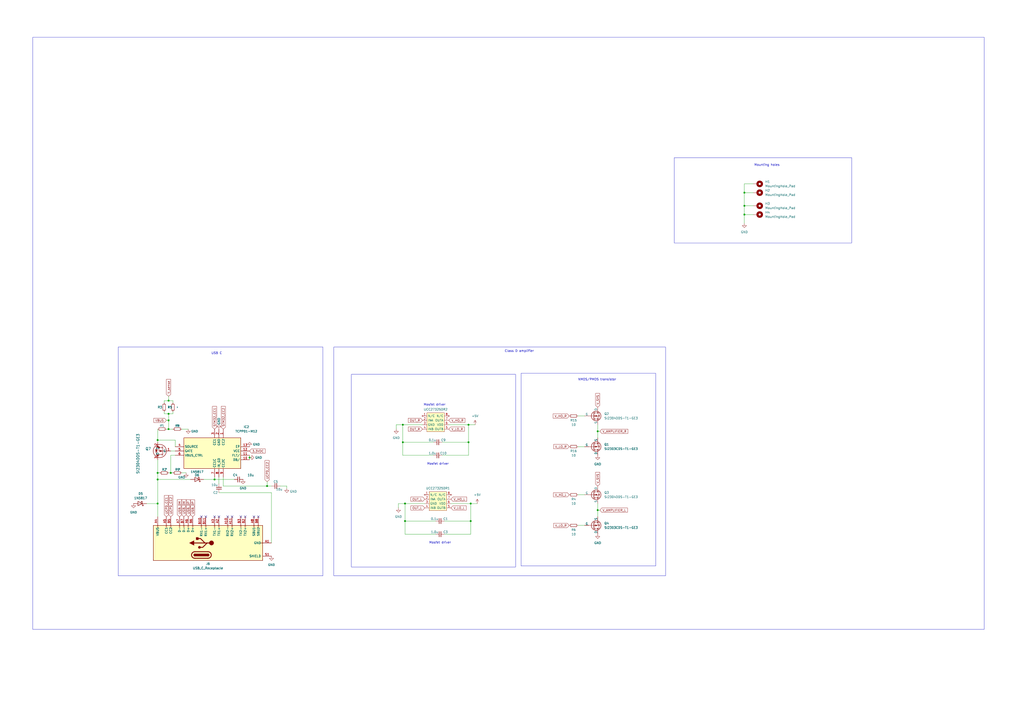
<source format=kicad_sch>
(kicad_sch (version 20231120) (generator "eeschema") (generator_version "8.0")
  (paper "A2")
  (lib_symbols
    (symbol "Connector:USB_C_Receptacle" (pin_names (offset 1.016))
      (property "Reference" "J" (at -10.16 29.21 0))
      (property "Value" "USB_C_Receptacle" (at 10.16 29.21 0))
      (symbol "USB_C_Receptacle_0_0"
        (rectangle (start -0.254 -35.56) (end 0.254 -34.544))
        (rectangle (start 10.16 -32.766) (end 9.144 -33.274))
        (rectangle (start 10.16 -30.226) (end 9.144 -30.734))
        (rectangle (start 10.16 -25.146) (end 9.144 -25.654))
        (rectangle (start 10.16 -22.606) (end 9.144 -23.114))
        (rectangle (start 10.16 -17.526) (end 9.144 -18.034))
        (rectangle (start 10.16 -14.986) (end 9.144 -15.494))
        (rectangle (start 10.16 -9.906) (end 9.144 -10.414))
        (rectangle (start 10.16 -7.366) (end 9.144 -7.874))
        (rectangle (start 10.16 -2.286) (end 9.144 -2.794))
        (rectangle (start 10.16 0.254) (end 9.144 -0.254))
        (rectangle (start 10.16 5.334) (end 9.144 4.826))
        (rectangle (start 10.16 7.874) (end 9.144 7.366))
        (rectangle (start 10.16 10.414) (end 9.144 9.906))
        (rectangle (start 10.16 12.954) (end 9.144 12.446))
        (rectangle (start 10.16 18.034) (end 9.144 17.526))
        (rectangle (start 10.16 20.574) (end 9.144 20.066))
        (rectangle (start 10.16 25.654) (end 9.144 25.146))
      )
      (symbol "USB_C_Receptacle_0_1"
        (rectangle (start -10.16 27.94) (end 10.16 -35.56) (stroke (width 0.254)) (fill (type background)))
        (arc (start -8.89 -3.81) (mid -6.985 -5.7067) (end -5.08 -3.81) (stroke (width 0.508)))
        (arc (start -7.62 -3.81) (mid -6.985 -4.4423) (end -6.35 -3.81) (stroke (width 0.254)))
        (arc (start -7.62 -3.81) (mid -6.985 -4.4423) (end -6.35 -3.81) (stroke (width 0.254)) (fill (type outline)))
        (rectangle (start -7.62 -3.81) (end -6.35 3.81) (stroke (width 0.254)) (fill (type outline)))
        (arc (start -6.35 3.81) (mid -6.985 4.4423) (end -7.62 3.81) (stroke (width 0.254)))
        (arc (start -6.35 3.81) (mid -6.985 4.4423) (end -7.62 3.81) (stroke (width 0.254)) (fill (type outline)))
        (arc (start -5.08 3.81) (mid -6.985 5.7067) (end -8.89 3.81) (stroke (width 0.508)))
        (polyline (pts (xy -8.89 -3.81) (xy -8.89 3.81)) (stroke (width 0.508)))
        (polyline (pts (xy -5.08 3.81) (xy -5.08 -3.81)) (stroke (width 0.508)))
      )
      (symbol "USB_C_Receptacle_1_1"
        (circle (center -2.54 1.143) (radius 0.635) (stroke (width 0.254)) (fill (type outline)))
        (circle (center 0 -5.842) (radius 1.27) (fill (type outline)))
        (polyline (pts (xy 0 -5.842) (xy 0 4.318)) (stroke (width 0.508)))
        (polyline (pts (xy 0 -3.302) (xy -2.54 -0.762) (xy -2.54 0.508)) (stroke (width 0.508)))
        (polyline (pts (xy 0 -2.032) (xy 2.54 0.508) (xy 2.54 1.778)) (stroke (width 0.508)))
        (polyline (pts (xy -1.27 4.318) (xy 0 6.858) (xy 1.27 4.318) (xy -1.27 4.318)) (stroke (width 0.254)) (fill (type outline)))
        (rectangle (start 1.905 1.778) (end 3.175 3.048) (stroke (width 0.254)) (fill (type outline)))
        (pin passive line (at 0 -40.64 90) (length 5.08) (name "GND") (number "A1"))
        (pin bidirectional line (at 15.24 -15.24 180) (length 5.08) (name "RX2-") (number "A10"))
        (pin bidirectional line (at 15.24 -17.78 180) (length 5.08) (name "RX2+") (number "A11"))
        (pin passive line (at 0 -40.64 90) (length 5.08) hide (name "GND") (number "A12"))
        (pin bidirectional line (at 15.24 -10.16 180) (length 5.08) (name "TX1+") (number "A2"))
        (pin bidirectional line (at 15.24 -7.62 180) (length 5.08) (name "TX1-") (number "A3"))
        (pin passive line (at 15.24 25.4 180) (length 5.08) (name "VBUS") (number "A4"))
        (pin bidirectional line (at 15.24 20.32 180) (length 5.08) (name "CC1") (number "A5"))
        (pin bidirectional line (at 15.24 7.62 180) (length 5.08) (name "D+") (number "A6"))
        (pin bidirectional line (at 15.24 12.7 180) (length 5.08) (name "D-") (number "A7"))
        (pin bidirectional line (at 15.24 -30.48 180) (length 5.08) (name "SBU1") (number "A8"))
        (pin passive line (at 15.24 25.4 180) (length 5.08) hide (name "VBUS") (number "A9"))
        (pin passive line (at 0 -40.64 90) (length 5.08) hide (name "GND") (number "B1"))
        (pin bidirectional line (at 15.24 0 180) (length 5.08) (name "RX1-") (number "B10"))
        (pin bidirectional line (at 15.24 -2.54 180) (length 5.08) (name "RX1+") (number "B11"))
        (pin passive line (at 0 -40.64 90) (length 5.08) hide (name "GND") (number "B12"))
        (pin bidirectional line (at 15.24 -25.4 180) (length 5.08) (name "TX2+") (number "B2"))
        (pin bidirectional line (at 15.24 -22.86 180) (length 5.08) (name "TX2-") (number "B3"))
        (pin passive line (at 15.24 25.4 180) (length 5.08) hide (name "VBUS") (number "B4"))
        (pin bidirectional line (at 15.24 17.78 180) (length 5.08) (name "CC2") (number "B5"))
        (pin bidirectional line (at 15.24 5.08 180) (length 5.08) (name "D+") (number "B6"))
        (pin bidirectional line (at 15.24 10.16 180) (length 5.08) (name "D-") (number "B7"))
        (pin bidirectional line (at 15.24 -33.02 180) (length 5.08) (name "SBU2") (number "B8"))
        (pin passive line (at 15.24 25.4 180) (length 5.08) hide (name "VBUS") (number "B9"))
        (pin passive line (at -7.62 -40.64 90) (length 5.08) (name "SHIELD") (number "S1"))
      )
    )
    (symbol "Device:C_Small" (pin_numbers hide) (pin_names (offset 0.254) hide)
      (property "Reference" "C" (at 0.254 1.778 0))
      (property "Value" "C_Small" (at 0.254 -2.032 0))
      (symbol "C_Small_0_1"
        (polyline (pts (xy -1.524 -0.508) (xy 1.524 -0.508)) (stroke (width 0.3302)))
        (polyline (pts (xy -1.524 0.508) (xy 1.524 0.508)) (stroke (width 0.3048)))
      )
      (symbol "C_Small_1_1"
        (pin passive line (at 0 2.54 270) (length 2.032) (name "~") (number "1"))
        (pin passive line (at 0 -2.54 90) (length 2.032) (name "~") (number "2"))
      )
    )
    (symbol "Device:R_Small" (pin_numbers hide) (pin_names (offset 0.254) hide)
      (property "Reference" "R" (at 0.762 0.508 0))
      (property "Value" "R_Small" (at 0.762 -1.016 0))
      (symbol "R_Small_0_1"
        (rectangle (start -0.762 1.778) (end 0.762 -1.778) (stroke (width 0.2032)))
      )
      (symbol "R_Small_1_1"
        (pin passive line (at 0 2.54 270) (length 0.762) (name "~") (number "1"))
        (pin passive line (at 0 -2.54 90) (length 0.762) (name "~") (number "2"))
      )
    )
    (symbol "Diode:1N5817" (pin_numbers hide) (pin_names (offset 1.016) hide)
      (property "Reference" "D" (at 0 2.54 0))
      (property "Value" "1N5817" (at 0 -2.54 0))
      (symbol "1N5817_0_1"
        (polyline (pts (xy 1.27 0) (xy -1.27 0)))
        (polyline (pts (xy 1.27 1.27) (xy 1.27 -1.27) (xy -1.27 0) (xy 1.27 1.27)) (stroke (width 0.254)))
        (polyline (pts (xy -1.905 0.635) (xy -1.905 1.27) (xy -1.27 1.27) (xy -1.27 -1.27) (xy -0.635 -1.27) (xy -0.635 -0.635)) (stroke (width 0.254)))
      )
      (symbol "1N5817_1_1"
        (pin passive line (at -3.81 0 0) (length 2.54) (name "K") (number "1"))
        (pin passive line (at 3.81 0 180) (length 2.54) (name "A") (number "2"))
      )
    )
    (symbol "GND_2" (power) (pin_numbers hide) (pin_names (offset 0) hide)
      (property "Value" "GND" (at 0 -3.81 0))
      (symbol "GND_2_0_1"
        (polyline (pts (xy 0 0) (xy 0 -1.27) (xy 1.27 -1.27) (xy 0 -2.54) (xy -1.27 -1.27) (xy 0 -1.27)))
      )
      (symbol "GND_2_1_1"
        (pin power_in line (at 0 0 270) (length 0) (name "~") (number "1"))
      )
    )
    (symbol "GND_3" (power) (pin_numbers hide) (pin_names (offset 0) hide)
      (property "Value" "GND" (at 0 -3.81 0))
      (symbol "GND_3_0_1"
        (polyline (pts (xy 0 0) (xy 0 -1.27) (xy 1.27 -1.27) (xy 0 -2.54) (xy -1.27 -1.27) (xy 0 -1.27)))
      )
      (symbol "GND_3_1_1"
        (pin power_in line (at 0 0 270) (length 0) (name "~") (number "1"))
      )
    )
    (symbol "GND_4" (power) (pin_numbers hide) (pin_names (offset 0) hide)
      (property "Value" "GND" (at 0 -3.81 0))
      (symbol "GND_4_0_1"
        (polyline (pts (xy 0 0) (xy 0 -1.27) (xy 1.27 -1.27) (xy 0 -2.54) (xy -1.27 -1.27) (xy 0 -1.27)))
      )
      (symbol "GND_4_1_1"
        (pin power_in line (at 0 0 270) (length 0) (name "~") (number "1"))
      )
    )
    (symbol "Mechanical:MountingHole_Pad" (pin_numbers hide) (pin_names (offset 1.016) hide)
      (property "Reference" "H" (at 0 6.35 0))
      (property "Value" "MountingHole_Pad" (at 0 4.445 0))
      (symbol "MountingHole_Pad_0_1"
        (circle (center 0 1.27) (radius 1.27) (stroke (width 1.27)))
      )
      (symbol "MountingHole_Pad_1_1"
        (pin input line (at 0 -2.54 90) (length 2.54) (name "1") (number "1"))
      )
    )
    (symbol "SI2304DDS:SI2304DDS-T1-GE3" (pin_names (offset 0.254))
      (property "Reference" "Q1" (at 11.43 -1.27 0))
      (property "Value" "SI2304DDS-T1-GE3" (at 19.05 -10.16 90))
      (symbol "SI2304DDS-T1-GE3_0_1"
        (polyline (pts (xy 2.54 0) (xy 4.445 0)) (stroke (width 0.2032)))
        (polyline (pts (xy 4.572 -2.54) (xy 4.572 2.54)) (stroke (width 0.2032)))
        (polyline (pts (xy 5.08 -2.54) (xy 5.08 -1.524)) (stroke (width 0.2032)))
        (polyline (pts (xy 5.08 -2.032) (xy 6.858 -2.032)) (stroke (width 0.2032)))
        (polyline (pts (xy 5.08 -0.508) (xy 5.08 0.508)) (stroke (width 0.2032)))
        (polyline (pts (xy 5.08 1.524) (xy 5.08 2.54)) (stroke (width 0.2032)))
        (polyline (pts (xy 5.08 2.032) (xy 6.858 2.032)) (stroke (width 0.2032)))
        (polyline (pts (xy 6.35 0) (xy 6.858 0)) (stroke (width 0.2032)))
        (polyline (pts (xy 6.858 -2.54) (xy 6.858 0)) (stroke (width 0.2032)))
        (polyline (pts (xy 6.858 -2.54) (xy 8.382 -2.54)) (stroke (width 0.2032)))
        (polyline (pts (xy 6.858 2.032) (xy 6.858 2.54)) (stroke (width 0.2032)))
        (polyline (pts (xy 6.858 2.54) (xy 8.382 2.54)) (stroke (width 0.2032)))
        (polyline (pts (xy 8.382 -2.54) (xy 8.382 -0.762)) (stroke (width 0.2032)))
        (polyline (pts (xy 8.382 0.508) (xy 8.382 2.54)) (stroke (width 0.2032)))
        (polyline (pts (xy 9.144 0.508) (xy 7.62 0.508)) (stroke (width 0.2032)))
        (polyline (pts (xy 6.35 0.508) (xy 5.08 0) (xy 6.35 -0.508)) (fill (type outline)))
        (polyline (pts (xy 9.144 -0.762) (xy 7.62 -0.762) (xy 8.382 0.508)) (fill (type outline)))
        (circle (center 6.35 0) (radius 3.81) (stroke (width 0.254)))
        (circle (center 6.858 -2.032) (radius 0.0254) (stroke (width 0.508)))
        (circle (center 7.62 -2.54) (radius 0.0254) (stroke (width 0.508)))
        (circle (center 7.62 2.54) (radius 0.0254) (stroke (width 0.508)))
      )
      (symbol "SI2304DDS-T1-GE3_1_1"
        (pin passive line (at 0 0 0) (length 2.54) (name "G") (number "1"))
        (pin passive line (at 7.62 -5.08 90) (length 2.54) (name "S") (number "2"))
        (pin passive line (at 7.62 5.08 270) (length 2.54) (name "D") (number "3"))
      )
    )
    (symbol "Simulation_SPICE:NMOS" (pin_numbers hide) (pin_names (offset 0))
      (property "Reference" "Q" (at 5.08 1.27 0))
      (property "Value" "NMOS" (at 5.08 -1.27 0))
      (symbol "NMOS_0_1"
        (polyline (pts (xy 0.254 0) (xy -2.54 0)))
        (polyline (pts (xy 0.254 1.905) (xy 0.254 -1.905)) (stroke (width 0.254)))
        (polyline (pts (xy 0.762 -1.27) (xy 0.762 -2.286)) (stroke (width 0.254)))
        (polyline (pts (xy 0.762 0.508) (xy 0.762 -0.508)) (stroke (width 0.254)))
        (polyline (pts (xy 0.762 2.286) (xy 0.762 1.27)) (stroke (width 0.254)))
        (polyline (pts (xy 2.54 2.54) (xy 2.54 1.778)))
        (polyline (pts (xy 2.54 -2.54) (xy 2.54 0) (xy 0.762 0)))
        (polyline (pts (xy 0.762 -1.778) (xy 3.302 -1.778) (xy 3.302 1.778) (xy 0.762 1.778)))
        (polyline (pts (xy 1.016 0) (xy 2.032 0.381) (xy 2.032 -0.381) (xy 1.016 0)) (fill (type outline)))
        (polyline (pts (xy 2.794 0.508) (xy 2.921 0.381) (xy 3.683 0.381) (xy 3.81 0.254)))
        (polyline (pts (xy 3.302 0.381) (xy 2.921 -0.254) (xy 3.683 -0.254) (xy 3.302 0.381)))
        (circle (center 1.651 0) (radius 2.794) (stroke (width 0.254)))
        (circle (center 2.54 -1.778) (radius 0.254) (fill (type outline)))
        (circle (center 2.54 1.778) (radius 0.254) (fill (type outline)))
      )
      (symbol "NMOS_1_1"
        (pin passive line (at 2.54 5.08 270) (length 2.54) (name "D") (number "1"))
        (pin input line (at -5.08 0 0) (length 2.54) (name "G") (number "2"))
        (pin passive line (at 2.54 -5.08 90) (length 2.54) (name "S") (number "3"))
      )
    )
    (symbol "Simulation_SPICE:PMOS" (pin_numbers hide) (pin_names (offset 0))
      (property "Reference" "Q" (at 5.08 1.27 0))
      (property "Value" "PMOS" (at 5.08 -1.27 0))
      (symbol "PMOS_0_1"
        (polyline (pts (xy 0.254 0) (xy -2.54 0)))
        (polyline (pts (xy 0.254 1.905) (xy 0.254 -1.905)) (stroke (width 0.254)))
        (polyline (pts (xy 0.762 -1.27) (xy 0.762 -2.286)) (stroke (width 0.254)))
        (polyline (pts (xy 0.762 0.508) (xy 0.762 -0.508)) (stroke (width 0.254)))
        (polyline (pts (xy 0.762 2.286) (xy 0.762 1.27)) (stroke (width 0.254)))
        (polyline (pts (xy 2.54 2.54) (xy 2.54 1.778)))
        (polyline (pts (xy 2.54 -2.54) (xy 2.54 0) (xy 0.762 0)))
        (polyline (pts (xy 0.762 1.778) (xy 3.302 1.778) (xy 3.302 -1.778) (xy 0.762 -1.778)))
        (polyline (pts (xy 2.286 0) (xy 1.27 0.381) (xy 1.27 -0.381) (xy 2.286 0)) (fill (type outline)))
        (polyline (pts (xy 2.794 -0.508) (xy 2.921 -0.381) (xy 3.683 -0.381) (xy 3.81 -0.254)))
        (polyline (pts (xy 3.302 -0.381) (xy 2.921 0.254) (xy 3.683 0.254) (xy 3.302 -0.381)))
        (circle (center 1.651 0) (radius 2.794) (stroke (width 0.254)))
        (circle (center 2.54 -1.778) (radius 0.254) (fill (type outline)))
        (circle (center 2.54 1.778) (radius 0.254) (fill (type outline)))
      )
      (symbol "PMOS_1_1"
        (pin passive line (at 2.54 5.08 270) (length 2.54) (name "D") (number "1"))
        (pin input line (at -5.08 0 0) (length 2.54) (name "G") (number "2"))
        (pin passive line (at 2.54 -5.08 90) (length 2.54) (name "S") (number "3"))
      )
    )
    (symbol "TCPP01:TCPP01-M12"
      (property "Reference" "IC1" (at -1.27 13.335 90))
      (property "Value" "TCPP01-M12" (at 1.27 13.335 90))
      (symbol "TCPP01-M12_1_1"
        (rectangle (start 5.08 10.16) (end 22.86 -22.86) (stroke (width 0.254)) (fill (type background)))
        (pin passive line (at 0 0 0) (length 5.08) (name "CC2") (number "1"))
        (pin passive line (at 17.78 15.24 270) (length 5.08) (name "DB/") (number "10"))
        (pin passive line (at 15.24 15.24 270) (length 5.08) (name "FLT/") (number "11"))
        (pin passive line (at 12.7 15.24 270) (length 5.08) (name "VCC") (number "12"))
        (pin passive line (at 10.16 15.24 270) (length 5.08) (name "EP") (number "13"))
        (pin power_in line (at 0 -2.54 0) (length 5.08) (name "GND") (number "2"))
        (pin passive line (at 0 -5.08 0) (length 5.08) (name "CC1") (number "3"))
        (pin passive line (at 10.16 -27.94 90) (length 5.08) (name "SOURCE") (number "4"))
        (pin passive line (at 12.7 -27.94 90) (length 5.08) (name "GATE") (number "5"))
        (pin passive line (at 15.24 -27.94 90) (length 5.08) (name "VBUS_CTRL") (number "6"))
        (pin passive line (at 27.94 -5.08 180) (length 5.08) (name "CC1C") (number "7"))
        (pin passive line (at 27.94 -2.54 180) (length 5.08) (name "IN_GD") (number "8"))
        (pin passive line (at 27.94 0 180) (length 5.08) (name "CC2C") (number "9"))
      )
    )
    (symbol "UCC27325DR_1"
      (property "Reference" "UCC27325DR1" (at 0 6.35 0))
      (property "Value" "~" (at -2.54 0 0))
      (symbol "UCC27325DR_1_1_1"
        (rectangle (start -5.08 4.318) (end 5.08 -6.604) (fill (type background)))
        (pin no_connect line (at -7.62 2.54 0) (length 2.54) (name "N/C") (number "1"))
        (pin input line (at -7.62 0 0) (length 2.54) (name "INA") (number "2"))
        (pin power_in line (at -7.62 -2.54 0) (length 2.54) (name "GND") (number "3"))
        (pin input line (at -7.62 -5.08 0) (length 2.54) (name "INB") (number "4"))
        (pin output line (at 7.62 -5.08 180) (length 2.54) (name "OUTB") (number "5"))
        (pin power_in line (at 7.62 -2.54 180) (length 2.54) (name "VDD") (number "6"))
        (pin output line (at 7.62 0 180) (length 2.54) (name "OUTA") (number "7"))
        (pin no_connect line (at 7.62 2.54 180) (length 2.54) (name "N/C") (number "8"))
      )
    )
    (symbol "power:+5V" (power) (pin_numbers hide) (pin_names (offset 0) hide)
      (property "Value" "+5V" (at 0 3.556 0))
      (symbol "+5V_0_1"
        (polyline (pts (xy -0.762 1.27) (xy 0 2.54)))
        (polyline (pts (xy 0 0) (xy 0 2.54)))
        (polyline (pts (xy 0 2.54) (xy 0.762 1.27)))
      )
      (symbol "+5V_1_1"
        (pin power_in line (at 0 0 90) (length 0) (name "~") (number "1"))
      )
    )
    (symbol "power:GND" (power) (pin_names (offset 0))
      (property "Value" "GND" (at 0 -3.81 0))
      (symbol "GND_0_1"
        (polyline (pts (xy 0 0) (xy 0 -1.27) (xy 1.27 -1.27) (xy 0 -2.54) (xy -1.27 -1.27) (xy 0 -1.27)))
      )
      (symbol "GND_1_1"
        (pin power_in line (at 0 0 270) (length 0) hide (name "GND") (number "1"))
      )
    )
  )
  (junction (at 99.06 274.32))
  (junction (at 233.68 256.54))
  (junction (at 271.78 246.38))
  (junction (at 154.94 281.94))
  (junction (at 431.8 119.38))
  (junction (at 346.71 250.19))
  (junction (at 431.8 111.76))
  (junction (at 273.05 302.26))
  (junction (at 144.78 265.43))
  (junction (at 91.44 278.13))
  (junction (at 271.78 256.54))
  (junction (at 234.95 302.26))
  (junction (at 91.44 274.32))
  (junction (at 233.68 246.38))
  (junction (at 97.79 243.84))
  (junction (at 273.05 292.1))
  (junction (at 97.79 240.03))
  (junction (at 234.95 292.1))
  (junction (at 346.71 295.91))
  (junction (at 97.79 232.41))
  (junction (at 91.44 292.1))
  (junction (at 91.44 255.27))
  (junction (at 124.46 278.13))
  (junction (at 97.79 248.92))
  (junction (at 431.8 124.46))
  (no_connect (at 124.46 299.72))
  (no_connect (at 116.84 299.72))
  (no_connect (at 139.7 299.72))
  (no_connect (at 127 299.72))
  (no_connect (at 147.32 299.72))
  (no_connect (at 119.38 299.72))
  (no_connect (at 142.24 299.72))
  (no_connect (at 134.62 299.72))
  (no_connect (at 149.86 299.72))
  (no_connect (at 132.08 299.72))
  (wire (pts (xy 346.71 295.91) (xy 347.98 295.91)))
  (wire (pts (xy 144.78 265.43) (xy 144.78 266.7)))
  (wire (pts (xy 436.88 106.68) (xy 431.8 106.68)))
  (wire (pts (xy 129.54 276.86) (xy 129.54 281.94)))
  (wire (pts (xy 97.79 229.87) (xy 97.79 232.41)))
  (wire (pts (xy 257.81 309.88) (xy 273.05 309.88)))
  (wire (pts (xy 271.78 256.54) (xy 271.78 246.38)))
  (wire (pts (xy 273.05 302.26) (xy 273.05 292.1)))
  (wire (pts (xy 256.54 264.16) (xy 271.78 264.16)))
  (wire (pts (xy 100.33 238.76) (xy 100.33 240.03)))
  (wire (pts (xy 251.46 264.16) (xy 233.68 264.16)))
  (wire (pts (xy 431.8 111.76) (xy 436.88 111.76)))
  (wire (pts (xy 118.11 278.13) (xy 124.46 278.13)))
  (wire (pts (xy 91.44 274.32) (xy 91.44 278.13)))
  (wire (pts (xy 154.94 281.94) (xy 157.48 281.94)))
  (wire (pts (xy 346.71 295.91) (xy 346.71 299.72)))
  (wire (pts (xy 91.44 278.13) (xy 91.44 292.1)))
  (wire (pts (xy 144.78 264.16) (xy 144.78 265.43)))
  (wire (pts (xy 245.11 246.38) (xy 233.68 246.38)))
  (wire (pts (xy 229.87 248.92) (xy 229.87 246.38)))
  (wire (pts (xy 335.28 241.3) (xy 339.09 241.3)))
  (wire (pts (xy 101.6 264.16) (xy 99.06 264.16)))
  (wire (pts (xy 99.06 264.16) (xy 99.06 274.32)))
  (wire (pts (xy 431.8 106.68) (xy 431.8 111.76)))
  (wire (pts (xy 105.41 248.92) (xy 109.22 248.92)))
  (wire (pts (xy 101.6 259.08) (xy 101.6 255.27)))
  (wire (pts (xy 431.8 119.38) (xy 436.88 119.38)))
  (wire (pts (xy 273.05 292.1) (xy 261.62 292.1)))
  (wire (pts (xy 234.95 302.26) (xy 234.95 309.88)))
  (wire (pts (xy 162.56 281.94) (xy 166.37 281.94)))
  (wire (pts (xy 271.78 256.54) (xy 271.78 264.16)))
  (wire (pts (xy 431.8 119.38) (xy 431.8 124.46)))
  (wire (pts (xy 95.25 240.03) (xy 95.25 238.76)))
  (wire (pts (xy 91.44 248.92) (xy 91.44 255.27)))
  (wire (pts (xy 100.33 233.68) (xy 100.33 232.41)))
  (wire (pts (xy 91.44 255.27) (xy 91.44 256.54)))
  (wire (pts (xy 273.05 292.1) (xy 276.86 292.1)))
  (wire (pts (xy 166.37 281.94) (xy 166.37 283.21)))
  (wire (pts (xy 231.14 292.1) (xy 234.95 292.1)))
  (wire (pts (xy 97.79 243.84) (xy 97.79 240.03)))
  (wire (pts (xy 105.41 274.32) (xy 107.95 274.32)))
  (wire (pts (xy 234.95 292.1) (xy 234.95 302.26)))
  (wire (pts (xy 346.71 246.38) (xy 346.71 250.19)))
  (wire (pts (xy 257.81 302.26) (xy 273.05 302.26)))
  (wire (pts (xy 124.46 278.13) (xy 124.46 276.86)))
  (wire (pts (xy 97.79 274.32) (xy 99.06 274.32)))
  (wire (pts (xy 234.95 302.26) (xy 252.73 302.26)))
  (wire (pts (xy 431.8 124.46) (xy 436.88 124.46)))
  (wire (pts (xy 431.8 124.46) (xy 431.8 129.54)))
  (wire (pts (xy 233.68 256.54) (xy 251.46 256.54)))
  (wire (pts (xy 335.28 304.8) (xy 339.09 304.8)))
  (wire (pts (xy 100.33 240.03) (xy 97.79 240.03)))
  (wire (pts (xy 91.44 266.7) (xy 91.44 274.32)))
  (wire (pts (xy 431.8 111.76) (xy 431.8 119.38)))
  (wire (pts (xy 252.73 309.88) (xy 234.95 309.88)))
  (wire (pts (xy 271.78 246.38) (xy 260.35 246.38)))
  (wire (pts (xy 273.05 302.26) (xy 273.05 309.88)))
  (wire (pts (xy 91.44 292.1) (xy 85.09 292.1)))
  (wire (pts (xy 99.06 261.62) (xy 101.6 261.62)))
  (wire (pts (xy 233.68 246.38) (xy 233.68 256.54)))
  (wire (pts (xy 246.38 292.1) (xy 234.95 292.1)))
  (wire (pts (xy 346.71 250.19) (xy 347.98 250.19)))
  (wire (pts (xy 335.28 259.08) (xy 339.09 259.08)))
  (wire (pts (xy 99.06 274.32) (xy 100.33 274.32)))
  (wire (pts (xy 124.46 278.13) (xy 135.89 278.13)))
  (wire (pts (xy 97.79 240.03) (xy 95.25 240.03)))
  (wire (pts (xy 346.71 292.1) (xy 346.71 295.91)))
  (wire (pts (xy 233.68 256.54) (xy 233.68 264.16)))
  (wire (pts (xy 129.54 281.94) (xy 154.94 281.94)))
  (wire (pts (xy 110.49 278.13) (xy 91.44 278.13)))
  (wire (pts (xy 229.87 246.38) (xy 233.68 246.38)))
  (wire (pts (xy 101.6 255.27) (xy 91.44 255.27)))
  (wire (pts (xy 157.48 314.96) (xy 157.48 285.75)))
  (wire (pts (xy 91.44 299.72) (xy 91.44 292.1)))
  (wire (pts (xy 127 276.86) (xy 127 280.67)))
  (wire (pts (xy 335.28 287.02) (xy 339.09 287.02)))
  (wire (pts (xy 157.48 285.75) (xy 127 285.75)))
  (wire (pts (xy 97.79 232.41) (xy 95.25 232.41)))
  (wire (pts (xy 256.54 256.54) (xy 271.78 256.54)))
  (wire (pts (xy 271.78 246.38) (xy 275.59 246.38)))
  (wire (pts (xy 346.71 250.19) (xy 346.71 254)))
  (wire (pts (xy 154.94 281.94) (xy 154.94 279.4)))
  (wire (pts (xy 91.44 274.32) (xy 92.71 274.32)))
  (wire (pts (xy 97.79 248.92) (xy 97.79 243.84)))
  (wire (pts (xy 97.79 248.92) (xy 100.33 248.92)))
  (wire (pts (xy 95.25 232.41) (xy 95.25 233.68)))
  (wire (pts (xy 231.14 294.64) (xy 231.14 292.1)))
  (wire (pts (xy 100.33 232.41) (xy 97.79 232.41)))
  (wire (pts (xy 96.52 243.84) (xy 97.79 243.84)))
  (wire (pts (xy 96.52 248.92) (xy 97.79 248.92)))
  (rectangle (start 19.05 21.59) (end 570.865 365.125))
  (rectangle (start 302.26 216.535) (end 380.365 328.295))
  (rectangle (start 68.58 201.295) (end 187.325 334.01))
  (rectangle (start 203.835 217.17) (end 299.085 328.93))
  (rectangle (start 391.16 91.44) (end 494.03 140.97))
  (rectangle (start 193.675 201.295) (end 386.08 334.01))
  (text "NMOS/PMOS transistor\n" (at 335.28 220.98 0) (effects (font (size 1.27 1.27)) (justify left bottom)))
  (text "Mounting holes" (at 437.515 96.52 0) (effects (font (size 1.27 1.27)) (justify left bottom)))
  (text "USB C\n" (at 122.555 205.74 0) (effects (font (size 1.27 1.27)) (justify left bottom)))
  (text "Mosfet driver\n" (at 245.745 235.585 0) (effects (font (size 1.27 1.27)) (justify left bottom)))
  (text "Mosfet driver\n" (at 247.65 269.875 0) (effects (font (size 1.27 1.27)) (justify left bottom)))
  (text "Class D amplifier\n" (at 292.735 204.47 0) (effects (font (size 1.27 1.27)) (justify left bottom)))
  (text "Mosfet driver\n" (at 248.92 315.595 0) (effects (font (size 1.27 1.27)) (justify left bottom)))
  (global_label "STM32_CC2" (shape input) (at 129.54 248.92 90) (property "Intersheetrefs" "${INTERSHEET_REFS}" (effects (hide yes))))
  (global_label "USB_DM" (shape input) (at 104.14 299.72 90) (property "Intersheetrefs" "${INTERSHEET_REFS}" (effects (hide yes))))
  (global_label "OUT_L" (shape input) (at 246.38 289.56 180) (property "Intersheetrefs" "${INTERSHEET_REFS}" (effects (hide yes))))
  (global_label "STM32_CC1" (shape input) (at 124.46 248.92 90) (property "Intersheetrefs" "${INTERSHEET_REFS}" (effects (hide yes))))
  (global_label "3.3VDC" (shape input) (at 144.78 261.62 0) (property "Intersheetrefs" "${INTERSHEET_REFS}" (effects (hide yes))))
  (global_label "OUT_R" (shape input) (at 245.11 243.84 180) (property "Intersheetrefs" "${INTERSHEET_REFS}" (effects (hide yes))))
  (global_label "UCPD_CC1" (shape input) (at 96.52 299.72 90) (property "Intersheetrefs" "${INTERSHEET_REFS}" (effects (hide yes))))
  (global_label "V_HO_L" (shape input) (at 261.62 289.56 0) (property "Intersheetrefs" "${INTERSHEET_REFS}" (effects (hide yes))))
  (global_label "V_LO_R" (shape input) (at 330.2 259.08 180) (property "Intersheetrefs" "${INTERSHEET_REFS}" (effects (hide yes))))
  (global_label "OUT_R" (shape input) (at 245.11 248.92 180) (property "Intersheetrefs" "${INTERSHEET_REFS}" (effects (hide yes))))
  (global_label "V_AMPLIFIER_L" (shape input) (at 347.98 295.91 0) (property "Intersheetrefs" "${INTERSHEET_REFS}" (effects (hide yes))))
  (global_label "V_AMPLIFIER_R" (shape input) (at 347.98 250.19 0) (property "Intersheetrefs" "${INTERSHEET_REFS}" (effects (hide yes))))
  (global_label "OUT_L" (shape input) (at 246.38 294.64 180) (property "Intersheetrefs" "${INTERSHEET_REFS}" (effects (hide yes))))
  (global_label "USB_DM" (shape input) (at 106.68 299.72 90) (property "Intersheetrefs" "${INTERSHEET_REFS}" (effects (hide yes))))
  (global_label "VBUS" (shape input) (at 96.52 243.84 180) (property "Intersheetrefs" "${INTERSHEET_REFS}" (effects (hide yes))))
  (global_label "V_SYS" (shape input) (at 346.71 236.22 90) (property "Intersheetrefs" "${INTERSHEET_REFS}" (effects (hide yes))))
  (global_label "UCPD_CC2" (shape input) (at 99.06 299.72 90) (property "Intersheetrefs" "${INTERSHEET_REFS}" (effects (hide yes))))
  (global_label "USB_DP" (shape input) (at 111.76 299.72 90) (property "Intersheetrefs" "${INTERSHEET_REFS}" (effects (hide yes))))
  (global_label "V_SYS" (shape input) (at 346.71 281.94 90) (property "Intersheetrefs" "${INTERSHEET_REFS}" (effects (hide yes))))
  (global_label "V_HO_R" (shape input) (at 260.35 243.84 0) (property "Intersheetrefs" "${INTERSHEET_REFS}" (effects (hide yes))))
  (global_label "V_LO_R" (shape input) (at 330.2 304.8 180) (property "Intersheetrefs" "${INTERSHEET_REFS}" (effects (hide yes))))
  (global_label "USB_DP" (shape input) (at 109.22 299.72 90) (property "Intersheetrefs" "${INTERSHEET_REFS}" (effects (hide yes))))
  (global_label "V_HO_R" (shape input) (at 330.2 241.3 180) (property "Intersheetrefs" "${INTERSHEET_REFS}" (effects (hide yes))))
  (global_label "V_LO_L" (shape input) (at 261.62 294.64 0) (property "Intersheetrefs" "${INTERSHEET_REFS}" (effects (hide yes))))
  (global_label "V_HO_L" (shape input) (at 330.2 287.02 180) (property "Intersheetrefs" "${INTERSHEET_REFS}" (effects (hide yes))))
  (global_label "V_sense" (shape input) (at 97.79 229.87 90) (property "Intersheetrefs" "${INTERSHEET_REFS}" (effects (hide yes))))
  (global_label "V_LO_R" (shape input) (at 260.35 248.92 0) (property "Intersheetrefs" "${INTERSHEET_REFS}" (effects (hide yes))))
  (global_label "UCPD_CC2" (shape input) (at 154.94 279.4 90) (property "Intersheetrefs" "${INTERSHEET_REFS}" (effects (hide yes))))
  (symbol (lib_id "Device:C_Small") (at 127 283.21 180) (unit 1)
    (property "Reference" "C2" (at 126.365 285.75 0) (effects (justify left)))
    (property "Value" "10u" (at 126.365 281.305 0) (effects (justify left)))
    (property "Footprint" "Capacitor_SMD:C_0805_2012Metric_Pad1.18x1.45mm_HandSolder" (effects (hide yes)))
  )
  (symbol (lib_id "Mechanical:MountingHole_Pad") (at 439.42 124.46 270) (unit 1)
    (property "Reference" "H4" (at 443.865 123.19 90) (effects (justify left)))
    (property "Value" "MountingHole_Pad" (at 443.865 125.73 90) (effects (justify left)))
    (property "Footprint" "MountingHole:MountingHole_3.2mm_M3_DIN965_Pad" (effects (hide yes)))
  )
  (symbol (lib_id "Simulation_SPICE:PMOS") (at 344.17 304.8 0) (mirror x) (unit 1)
    (property "Reference" "Q4" (at 350.52 303.53 0) (effects (justify left)))
    (property "Value" "SI2303CDS-T1-GE3" (at 350.52 306.07 0) (effects (justify left)))
    (property "Footprint" "Package_TO_SOT_SMD:SOT-23" (effects (hide yes)))
    (property "Datasheet" "https://ngspice.sourceforge.io/docs/ngspice-manual.pdf" (effects (hide yes)))
    (property "Sim.Device" "PMOS" (effects (hide yes)))
    (property "Sim.Type" "VDMOS" (effects (hide yes)))
    (property "Sim.Pins" "1=D 2=G 3=S" (effects (hide yes)))
  )
  (symbol (lib_id "power:GND") (at 144.78 259.08 180) (unit 1)
    (property "Reference" "#PWR049" (effects (hide yes)))
    (property "Value" "GND" (at 146.685 257.81 0) (effects (justify right)))
  )
  (symbol (lib_id "Device:R_Small") (at 332.74 241.3 90) (unit 1)
    (property "Reference" "R15" (at 332.74 243.84 90))
    (property "Value" "10" (at 332.74 246.38 90))
    (property "Footprint" "Resistor_SMD:R_0603_1608Metric_Pad0.98x0.95mm_HandSolder" (effects (hide yes)))
  )
  (symbol (lib_id "Diode:1N5817") (at 114.3 278.13 180) (unit 1)
    (property "Reference" "D6" (at 114.3 275.59 0))
    (property "Value" "1N5817" (at 114.3 273.685 0))
    (property "Footprint" "Diode_THT:D_DO-41_SOD81_P10.16mm_Horizontal" (effects (hide yes)))
    (property "Datasheet" "http://www.vishay.com/docs/88525/1n5817.pdf" (effects (hide yes)))
  )
  (symbol (lib_id "Device:R_Small") (at 102.87 274.32 90) (unit 1)
    (property "Reference" "R9" (at 102.87 272.415 90))
    (property "Value" "~" (at 104.14 272.415 0) (effects (justify left)))
    (property "Footprint" "Resistor_SMD:R_0603_1608Metric_Pad0.98x0.95mm_HandSolder" (effects (hide yes)))
  )
  (symbol (lib_name "GND_2") (lib_id "power:GND") (at 140.97 278.13 0) (unit 1)
    (property "Reference" "#PWR048" (effects (hide yes)))
    (property "Value" "GND" (at 140.97 283.21 0))
    (property "Description" "Power symbol creates a global label with name \"GND\" , ground" (effects (hide yes)))
  )
  (symbol (lib_name "UCC27325DR_1") (lib_id "UCC27325DR:UCC27325DR") (at 252.73 243.84 0) (unit 1)
    (property "Reference" "UCC27325DR2" (at 252.73 237.49 0))
    (property "Value" "~" (at 250.19 243.84 0))
    (property "Footprint" "Package_SO:SOIC-8_3.9x4.9mm_P1.27mm" (effects (hide yes)))
  )
  (symbol (lib_id "Simulation_SPICE:NMOS") (at 344.17 241.3 0) (unit 1)
    (property "Reference" "Q2" (at 350.52 240.03 0) (effects (justify left)))
    (property "Value" "SI2304DDS-T1-GE3" (at 350.52 242.57 0) (effects (justify left)))
    (property "Footprint" "Package_TO_SOT_SMD:SOT-23" (effects (hide yes)))
    (property "Datasheet" "https://ngspice.sourceforge.io/docs/ngspice-manual.pdf" (effects (hide yes)))
    (property "Sim.Device" "NMOS" (effects (hide yes)))
    (property "Sim.Type" "VDMOS" (effects (hide yes)))
    (property "Sim.Pins" "1=D 2=G 3=S" (effects (hide yes)))
  )
  (symbol (lib_id "power:GND") (at 127 248.92 180) (unit 1)
    (property "Reference" "#PWR052" (effects (hide yes)))
    (property "Value" "GND" (at 127 246.38 90) (effects (justify right)))
  )
  (symbol (lib_id "TCPP01:TCPP01-M12") (at 129.54 248.92 270) (unit 1)
    (property "Reference" "IC2" (at 142.875 247.65 90))
    (property "Value" "TCPP01-M12" (at 142.875 250.19 90))
    (property "Footprint" "Package_DFN_QFN:LQFN-12-1EP_2x2mm_P0.5mm_EP0.7x0.7mm" (effects (hide yes)))
    (property "Datasheet" "https://www.st.com/resource/en/datasheet/tcpp01-m12.pdf" (effects (hide yes)))
    (property "Height" "1" (effects (hide yes)))
    (property "Manufacturer_Name" "STMicroelectronics" (effects (hide yes)))
    (property "Manufacturer_Part_Number" "TCPP01-M12" (effects (hide yes)))
    (property "Mouser Part Number" "511-TCPP01-M12" (effects (hide yes)))
    (property "Mouser Price/Stock" "https://www.mouser.co.uk/ProductDetail/STMicroelectronics/TCPP01-M12?qs=%252B6g0mu59x7KCafIwapwG2A%3D%3D" (effects (hide yes)))
    (property "Arrow Part Number" "TCPP01-M12" (effects (hide yes)))
    (property "Arrow Price/Stock" "https://www.arrow.com/en/products/tcpp01-m12/stmicroelectronics?region=nac" (effects (hide yes)))
  )
  (symbol (lib_id "Simulation_SPICE:NMOS") (at 344.17 287.02 0) (unit 1)
    (property "Reference" "Q3" (at 350.52 285.75 0) (effects (justify left)))
    (property "Value" "SI2304DDS-T1-GE3" (at 350.52 288.29 0) (effects (justify left)))
    (property "Footprint" "Package_TO_SOT_SMD:SOT-23" (effects (hide yes)))
    (property "Datasheet" "https://ngspice.sourceforge.io/docs/ngspice-manual.pdf" (effects (hide yes)))
    (property "Sim.Device" "NMOS" (effects (hide yes)))
    (property "Sim.Type" "VDMOS" (effects (hide yes)))
    (property "Sim.Pins" "1=D 2=G 3=S" (effects (hide yes)))
  )
  (symbol (lib_id "Device:R_Small") (at 332.74 287.02 90) (unit 1)
    (property "Reference" "R4" (at 332.74 289.56 90))
    (property "Value" "10" (at 332.74 292.1 90))
    (property "Footprint" "Resistor_SMD:R_0603_1608Metric_Pad0.98x0.95mm_HandSolder" (effects (hide yes)))
  )
  (symbol (lib_id "Device:C_Small") (at 254 264.16 90) (unit 1)
    (property "Reference" "C10" (at 257.175 262.89 90))
    (property "Value" "1.0u" (at 250.825 262.89 90))
    (property "Footprint" "Capacitor_SMD:C_0805_2012Metric_Pad1.18x1.45mm_HandSolder" (effects (hide yes)))
  )
  (symbol (lib_id "power:GND") (at 144.78 265.43 90) (unit 1)
    (property "Reference" "#PWR012" (effects (hide yes)))
    (property "Value" "GND" (at 147.955 265.43 90) (effects (justify right)))
  )
  (symbol (lib_id "Mechanical:MountingHole_Pad") (at 439.42 106.68 270) (unit 1)
    (property "Reference" "H1" (at 443.865 105.41 90) (effects (justify left)))
    (property "Value" "MountingHole_Pad" (at 443.865 107.95 90) (effects (justify left)))
    (property "Footprint" "MountingHole:MountingHole_3.2mm_M3_DIN965_Pad" (effects (hide yes)))
  )
  (symbol (lib_id "Device:C_Small") (at 255.27 309.88 90) (unit 1)
    (property "Reference" "C3" (at 258.445 308.61 90))
    (property "Value" "1.0u" (at 252.095 308.61 90))
    (property "Footprint" "Capacitor_SMD:C_0805_2012Metric_Pad1.18x1.45mm_HandSolder" (effects (hide yes)))
  )
  (symbol (lib_id "Device:R_Small") (at 93.98 248.92 90) (unit 1)
    (property "Reference" "R1" (at 93.98 247.015 90))
    (property "Value" "~" (at 93.98 246.38 90))
    (property "Footprint" "Resistor_SMD:R_0603_1608Metric_Pad0.98x0.95mm_HandSolder" (effects (hide yes)))
  )
  (symbol (lib_id "power:+5V") (at 275.59 246.38 0) (unit 1)
    (property "Reference" "#PWR02" (effects (hide yes)))
    (property "Value" "+5V" (at 275.59 241.3 0))
    (property "Description" "Power symbol creates a global label with name \"+5V\"" (effects (hide yes)))
  )
  (symbol (lib_id "Device:R_Small") (at 102.87 248.92 90) (unit 1)
    (property "Reference" "R8" (at 102.87 247.015 90))
    (property "Value" "~" (at 102.87 246.38 90))
    (property "Footprint" "Resistor_SMD:R_0603_1608Metric_Pad0.98x0.95mm_HandSolder" (effects (hide yes)))
  )
  (symbol (lib_id "power:GND") (at 346.71 264.16 0) (unit 1)
    (property "Reference" "#PWR05" (effects (hide yes)))
    (property "Value" "GND" (at 346.71 269.24 0))
  )
  (symbol (lib_id "Device:C_Small") (at 138.43 278.13 90) (unit 1)
    (property "Reference" "C4" (at 137.795 275.59 90) (effects (justify left)))
    (property "Value" "10u" (at 147.32 275.59 90) (effects (justify left)))
    (property "Footprint" "Capacitor_SMD:C_0805_2012Metric_Pad1.18x1.45mm_HandSolder" (effects (hide yes)))
  )
  (symbol (lib_id "Connector:USB_C_Receptacle") (at 116.84 314.96 90) (unit 1)
    (property "Reference" "J6" (at 120.65 327.025 90))
    (property "Value" "USB_C_Receptacle" (at 120.65 329.565 90))
    (property "Datasheet" "https://www.usb.org/sites/default/files/documents/usb_type-c.zip" (effects (hide yes)))
    (property "Description" "USB Full-Featured Type-C Receptacle connector" (effects (hide yes)))
  )
  (symbol (lib_id "Device:C_Small") (at 254 256.54 90) (unit 1)
    (property "Reference" "C9" (at 257.175 255.27 90))
    (property "Value" "0.1u" (at 250.825 255.27 90))
    (property "Footprint" "Capacitor_SMD:C_0805_2012Metric_Pad1.18x1.45mm_HandSolder" (effects (hide yes)))
  )
  (symbol (lib_id "Device:C_Small") (at 160.02 281.94 90) (unit 1)
    (property "Reference" "C5" (at 161.29 279.4 90) (effects (justify left)))
    (property "Value" "10u" (at 163.83 283.845 90) (effects (justify left)))
    (property "Footprint" "Capacitor_SMD:C_0805_2012Metric_Pad1.18x1.45mm_HandSolder" (effects (hide yes)))
  )
  (symbol (lib_id "power:GND") (at 107.95 274.32 0) (unit 1)
    (property "Reference" "#PWR050" (effects (hide yes)))
    (property "Value" "GND" (at 105.41 276.86 0))
  )
  (symbol (lib_id "power:+5V") (at 276.86 292.1 0) (unit 1)
    (property "Reference" "#PWR04" (effects (hide yes)))
    (property "Value" "+5V" (at 276.86 287.02 0))
    (property "Description" "Power symbol creates a global label with name \"+5V\"" (effects (hide yes)))
  )
  (symbol (lib_id "Device:C_Small") (at 255.27 302.26 90) (unit 1)
    (property "Reference" "C1" (at 258.445 300.99 90))
    (property "Value" "0.1u" (at 252.095 300.99 90))
    (property "Footprint" "Capacitor_SMD:C_0805_2012Metric_Pad1.18x1.45mm_HandSolder" (effects (hide yes)))
  )
  (symbol (lib_id "Diode:1N5817") (at 81.28 292.1 180) (unit 1)
    (property "Reference" "D5" (at 81.5975 286.385 0))
    (property "Value" "1N5817" (at 81.5975 288.925 0))
    (property "Footprint" "Diode_THT:D_DO-41_SOD81_P10.16mm_Horizontal" (effects (hide yes)))
    (property "Datasheet" "http://www.vishay.com/docs/88525/1n5817.pdf" (effects (hide yes)))
  )
  (symbol (lib_id "Device:R_Small") (at 95.25 236.22 0) (unit 1)
    (property "Reference" "R3" (at 91.44 236.22 0) (effects (justify left)))
    (property "Value" "~" (at 97.79 236.22 90))
    (property "Footprint" "Resistor_SMD:R_0603_1608Metric_Pad0.98x0.95mm_HandSolder" (effects (hide yes)))
  )
  (symbol (lib_name "GND_3") (lib_id "power:GND") (at 77.47 292.1 0) (unit 1)
    (property "Reference" "#PWR036" (effects (hide yes)))
    (property "Value" "GND" (at 77.47 297.18 0))
    (property "Description" "Power symbol creates a global label with name \"GND\" , ground" (effects (hide yes)))
  )
  (symbol (lib_name "GND_4") (lib_id "power:GND") (at 231.14 294.64 0) (unit 1)
    (property "Reference" "#PWR03" (effects (hide yes)))
    (property "Value" "GND" (at 231.14 299.72 0))
    (property "Description" "Power symbol creates a global label with name \"GND\" , ground" (effects (hide yes)))
  )
  (symbol (lib_id "Device:R_Small") (at 95.25 274.32 90) (unit 1)
    (property "Reference" "R2" (at 95.25 272.415 90))
    (property "Value" "~" (at 96.52 272.415 0) (effects (justify left)))
    (property "Footprint" "Resistor_SMD:R_0603_1608Metric_Pad0.98x0.95mm_HandSolder" (effects (hide yes)))
  )
  (symbol (lib_id "Device:R_Small") (at 100.33 236.22 0) (unit 1)
    (property "Reference" "R5" (at 97.155 236.22 0) (effects (justify left)))
    (property "Value" "~" (at 102.87 236.22 90))
    (property "Footprint" "Resistor_SMD:R_0603_1608Metric_Pad0.98x0.95mm_HandSolder" (effects (hide yes)))
  )
  (symbol (lib_id "Simulation_SPICE:PMOS") (at 344.17 259.08 0) (mirror x) (unit 1)
    (property "Reference" "Q1" (at 350.52 257.81 0) (effects (justify left)))
    (property "Value" "SI2303CDS-T1-GE3" (at 350.52 260.35 0) (effects (justify left)))
    (property "Footprint" "Package_TO_SOT_SMD:SOT-23" (effects (hide yes)))
    (property "Datasheet" "https://ngspice.sourceforge.io/docs/ngspice-manual.pdf" (effects (hide yes)))
    (property "Sim.Device" "PMOS" (effects (hide yes)))
    (property "Sim.Type" "VDMOS" (effects (hide yes)))
    (property "Sim.Pins" "1=D 2=G 3=S" (effects (hide yes)))
  )
  (symbol (lib_id "power:GND") (at 346.71 309.88 0) (unit 1)
    (property "Reference" "#PWR06" (effects (hide yes)))
    (property "Value" "GND" (at 346.71 314.96 0))
  )
  (symbol (lib_name "UCC27325DR_1") (lib_id "UCC27325DR:UCC27325DR") (at 254 289.56 0) (unit 1)
    (property "Reference" "UCC27325DR1" (at 254 283.21 0))
    (property "Value" "~" (at 251.46 289.56 0))
    (property "Footprint" "Package_SO:SOIC-8_3.9x4.9mm_P1.27mm" (effects (hide yes)))
  )
  (symbol (lib_id "power:GND") (at 431.8 129.54 0) (unit 1)
    (property "Reference" "#PWR07" (effects (hide yes)))
    (property "Value" "GND" (at 431.8 134.62 0))
  )
  (symbol (lib_name "GND_4") (lib_id "power:GND") (at 229.87 248.92 0) (unit 1)
    (property "Reference" "#PWR01" (effects (hide yes)))
    (property "Value" "GND" (at 229.87 254 0))
    (property "Description" "Power symbol creates a global label with name \"GND\" , ground" (effects (hide yes)))
  )
  (symbol (lib_id "Device:R_Small") (at 332.74 259.08 90) (unit 1)
    (property "Reference" "R16" (at 332.74 261.62 90))
    (property "Value" "10" (at 332.74 264.16 90))
    (property "Footprint" "Resistor_SMD:R_0603_1608Metric_Pad0.98x0.95mm_HandSolder" (effects (hide yes)))
  )
  (symbol (lib_name "GND_3") (lib_id "power:GND") (at 157.48 322.58 0) (unit 1)
    (property "Reference" "#PWR037" (effects (hide yes)))
    (property "Value" "GND" (at 157.48 327.66 0))
    (property "Description" "Power symbol creates a global label with name \"GND\" , ground" (effects (hide yes)))
  )
  (symbol (lib_id "power:GND") (at 166.37 283.21 0) (unit 1)
    (property "Reference" "#PWR040" (effects (hide yes)))
    (property "Value" "GND" (at 170.18 285.115 0))
  )
  (symbol (lib_id "Device:R_Small") (at 332.74 304.8 90) (unit 1)
    (property "Reference" "R6" (at 332.74 307.34 90))
    (property "Value" "10" (at 332.74 309.88 90))
    (property "Footprint" "Resistor_SMD:R_0603_1608Metric_Pad0.98x0.95mm_HandSolder" (effects (hide yes)))
  )
  (symbol (lib_id "Mechanical:MountingHole_Pad") (at 439.42 111.76 270) (unit 1)
    (property "Reference" "H2" (at 443.865 110.49 90) (effects (justify left)))
    (property "Value" "MountingHole_Pad" (at 443.865 113.03 90) (effects (justify left)))
    (property "Footprint" "MountingHole:MountingHole_3.2mm_M3_DIN965_Pad" (effects (hide yes)))
  )
  (symbol (lib_id "SI2304DDS:SI2304DDS-T1-GE3") (at 99.06 261.62 180) (unit 1)
    (property "Reference" "Q7" (at 87.63 260.35 0) (effects (font (size 1.524 1.524)) (justify left)))
    (property "Value" "SI2304DDS-T1-GE3" (at 80.01 251.46 90) (effects (font (size 1.524 1.524)) (justify left)))
    (property "Footprint" "Package_TO_SOT_SMD:SOT-23" (effects (hide yes)))
    (property "Datasheet" "SI2304DDS-T1-GE3" (effects (hide yes)))
  )
  (symbol (lib_id "Mechanical:MountingHole_Pad") (at 439.42 119.38 270) (unit 1)
    (property "Reference" "H3" (at 443.865 118.11 90) (effects (justify left)))
    (property "Value" "MountingHole_Pad" (at 443.865 120.65 90) (effects (justify left)))
    (property "Footprint" "MountingHole:MountingHole_3.2mm_M3_DIN965_Pad" (effects (hide yes)))
  )
  (symbol (lib_id "power:GND") (at 109.22 248.92 0) (unit 1)
    (property "Reference" "#PWR051" (effects (hide yes)))
    (property "Value" "GND" (at 114.935 250.19 0) (effects (justify right)))
  )
)
</source>
